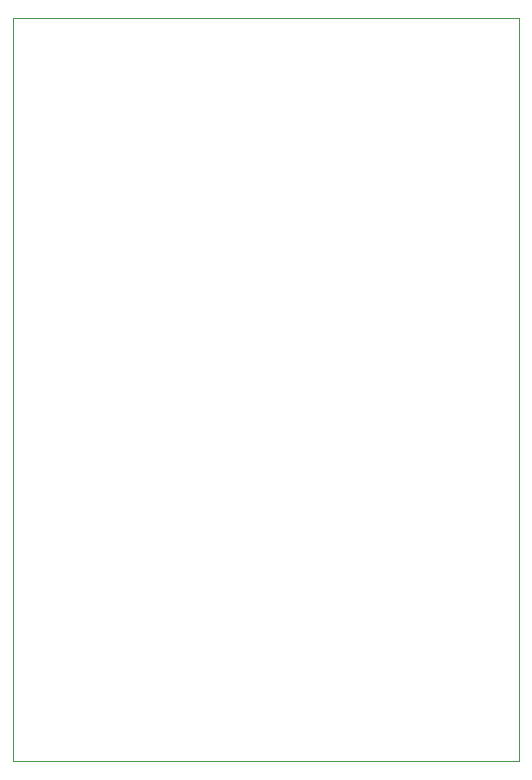
<source format=gbr>
%TF.GenerationSoftware,KiCad,Pcbnew,8.0.7*%
%TF.CreationDate,2025-05-21T00:02:28-04:00*%
%TF.ProjectId,macropad,6d616372-6f70-4616-942e-6b696361645f,rev?*%
%TF.SameCoordinates,Original*%
%TF.FileFunction,Profile,NP*%
%FSLAX46Y46*%
G04 Gerber Fmt 4.6, Leading zero omitted, Abs format (unit mm)*
G04 Created by KiCad (PCBNEW 8.0.7) date 2025-05-21 00:02:28*
%MOMM*%
%LPD*%
G01*
G04 APERTURE LIST*
%TA.AperFunction,Profile*%
%ADD10C,0.050000*%
%TD*%
G04 APERTURE END LIST*
D10*
X177971250Y-96192500D02*
X220833750Y-96192500D01*
X220833750Y-159086250D01*
X177971250Y-159086250D01*
X177971250Y-96192500D01*
M02*

</source>
